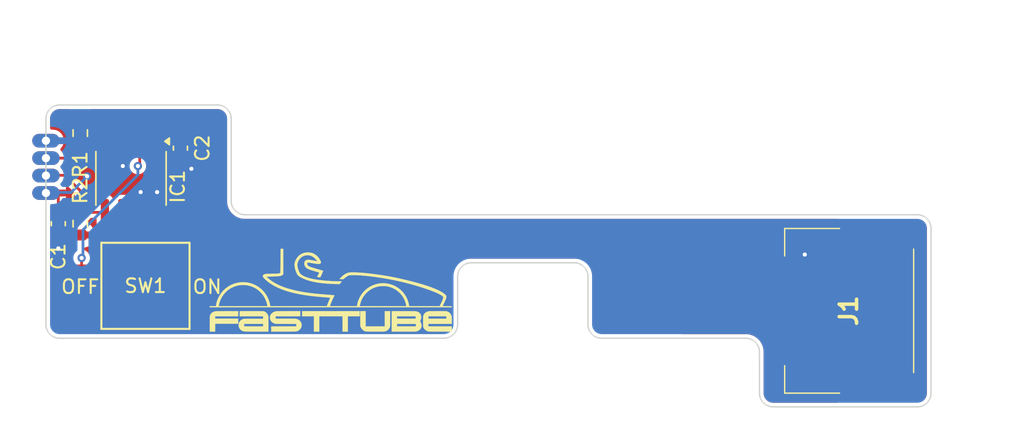
<source format=kicad_pcb>
(kicad_pcb
	(version 20240108)
	(generator "pcbnew")
	(generator_version "8.0")
	(general
		(thickness 1.6)
		(legacy_teardrops no)
	)
	(paper "A4")
	(layers
		(0 "F.Cu" signal)
		(31 "B.Cu" signal)
		(32 "B.Adhes" user "B.Adhesive")
		(33 "F.Adhes" user "F.Adhesive")
		(34 "B.Paste" user)
		(35 "F.Paste" user)
		(36 "B.SilkS" user "B.Silkscreen")
		(37 "F.SilkS" user "F.Silkscreen")
		(38 "B.Mask" user)
		(39 "F.Mask" user)
		(40 "Dwgs.User" user "User.Drawings")
		(41 "Cmts.User" user "User.Comments")
		(42 "Eco1.User" user "User.Eco1")
		(43 "Eco2.User" user "User.Eco2")
		(44 "Edge.Cuts" user)
		(45 "Margin" user)
		(46 "B.CrtYd" user "B.Courtyard")
		(47 "F.CrtYd" user "F.Courtyard")
		(48 "B.Fab" user)
		(49 "F.Fab" user)
		(50 "User.1" user)
		(51 "User.2" user)
		(52 "User.3" user)
		(53 "User.4" user)
		(54 "User.5" user)
		(55 "User.6" user)
		(56 "User.7" user)
		(57 "User.8" user)
		(58 "User.9" user)
	)
	(setup
		(stackup
			(layer "F.SilkS"
				(type "Top Silk Screen")
			)
			(layer "F.Paste"
				(type "Top Solder Paste")
			)
			(layer "F.Mask"
				(type "Top Solder Mask")
				(thickness 0.01)
			)
			(layer "F.Cu"
				(type "copper")
				(thickness 0.035)
			)
			(layer "dielectric 1"
				(type "core")
				(thickness 1.51)
				(material "FR4")
				(epsilon_r 4.5)
				(loss_tangent 0.02)
			)
			(layer "B.Cu"
				(type "copper")
				(thickness 0.035)
			)
			(layer "B.Mask"
				(type "Bottom Solder Mask")
				(thickness 0.01)
			)
			(layer "B.Paste"
				(type "Bottom Solder Paste")
			)
			(layer "B.SilkS"
				(type "Bottom Silk Screen")
			)
			(copper_finish "None")
			(dielectric_constraints no)
		)
		(pad_to_mask_clearance 0)
		(allow_soldermask_bridges_in_footprints no)
		(pcbplotparams
			(layerselection 0x00010fc_ffffffff)
			(plot_on_all_layers_selection 0x0000000_00000000)
			(disableapertmacros no)
			(usegerberextensions no)
			(usegerberattributes yes)
			(usegerberadvancedattributes yes)
			(creategerberjobfile no)
			(dashed_line_dash_ratio 12.000000)
			(dashed_line_gap_ratio 3.000000)
			(svgprecision 4)
			(plotframeref no)
			(viasonmask no)
			(mode 1)
			(useauxorigin yes)
			(hpglpennumber 1)
			(hpglpenspeed 20)
			(hpglpendiameter 15.000000)
			(pdf_front_fp_property_popups yes)
			(pdf_back_fp_property_popups yes)
			(dxfpolygonmode yes)
			(dxfimperialunits yes)
			(dxfusepcbnewfont yes)
			(psnegative no)
			(psa4output no)
			(plotreference yes)
			(plotvalue yes)
			(plotfptext yes)
			(plotinvisibletext no)
			(sketchpadsonfab no)
			(subtractmaskfromsilk yes)
			(outputformat 1)
			(mirror no)
			(drillshape 0)
			(scaleselection 1)
			(outputdirectory "Gerber_Leiton/")
		)
	)
	(net 0 "")
	(net 1 "GND")
	(net 2 "+5V")
	(net 3 "/SCL")
	(net 4 "/SDA")
	(net 5 "/DQ")
	(net 6 "unconnected-(IC1-PCTLZ-Pad6)")
	(net 7 "/DQ_{1}")
	(net 8 "unconnected-(SW1-Pad3)")
	(net 9 "unconnected-(SW1-Pad2)")
	(footprint "Resistor_SMD:R_0603_1608Metric" (layer "F.Cu") (at 131.5 95.15 90))
	(footprint "Capacitor_SMD:C_0603_1608Metric" (layer "F.Cu") (at 129.9 95.15 90))
	(footprint "Capacitor_SMD:C_0603_1608Metric" (layer "F.Cu") (at 138.8 89.65 90))
	(footprint "Piggy:Piggy" (layer "F.Cu") (at 172.5 100.75))
	(footprint "FaSTTUBe_logos:FTLogo_small" (layer "F.Cu") (at 149.75 100))
	(footprint "Package_SO:SOIC-8_3.9x4.9mm_P1.27mm" (layer "F.Cu") (at 135.2 91.85 -90))
	(footprint "Piggy:pigg" (layer "F.Cu") (at 129 90.375 -90))
	(footprint "Resistor_SMD:R_0603_1608Metric" (layer "F.Cu") (at 131.5 88.55 -90))
	(footprint "Piggy:5023520400" (layer "F.Cu") (at 187.5 101.5 90))
	(footprint "Piggy:418121270802_WRE" (layer "F.Cu") (at 136.2518 99.68))
	(gr_rect
		(start 169.75 98)
		(end 175.25 103.25)
		(stroke
			(width 0)
			(type solid)
		)
		(fill solid)
		(layer "F.Mask")
		(uuid "eb90fce5-487b-4f3c-bbf6-61d49ddb4625")
	)
	(gr_arc
		(start 180 103.5)
		(mid 180.707107 103.792893)
		(end 181 104.5)
		(stroke
			(width 0.1)
			(type default)
		)
		(layer "Edge.Cuts")
		(uuid "1537de85-7e52-4df3-b492-227909972ca8")
	)
	(gr_arc
		(start 141.5 86.5)
		(mid 142.207107 86.792893)
		(end 142.5 87.5)
		(stroke
			(width 0.1)
			(type default)
		)
		(layer "Edge.Cuts")
		(uuid "228b604f-c813-499f-b2e3-096fbf6a196f")
	)
	(gr_line
		(start 142.5 87.5)
		(end 142.5 93.5)
		(stroke
			(width 0.1)
			(type default)
		)
		(layer "Edge.Cuts")
		(uuid "35c660c4-985d-40ec-a9a4-100f93cb8487")
	)
	(gr_arc
		(start 193.5 107.5)
		(mid 193.207107 108.207107)
		(end 192.5 108.5)
		(stroke
			(width 0.1)
			(type default)
		)
		(layer "Edge.Cuts")
		(uuid "3dd7ec9b-99aa-432b-b8b9-0cbbd9b7a64d")
	)
	(gr_arc
		(start 192.5 94.5)
		(mid 193.207107 94.792893)
		(end 193.5 95.5)
		(stroke
			(width 0.1)
			(type default)
		)
		(layer "Edge.Cuts")
		(uuid "3f4aa991-d843-4ea5-b7a0-a4cbb5a6d42d")
	)
	(gr_arc
		(start 167.5 98)
		(mid 168.207107 98.292893)
		(end 168.5 99)
		(stroke
			(width 0.1)
			(type default)
		)
		(layer "Edge.Cuts")
		(uuid "450f6bfa-1e69-44ef-9ffa-50e55b3e9f08")
	)
	(gr_line
		(start 143.5 94.5)
		(end 192.5 94.5)
		(stroke
			(width 0.1)
			(type default)
		)
		(layer "Edge.Cuts")
		(uuid "4fe79d85-03e2-4414-a1b3-70913fe66167")
	)
	(gr_line
		(start 129 102.5)
		(end 129 87.5)
		(stroke
			(width 0.1)
			(type default)
		)
		(layer "Edge.Cuts")
		(uuid "519fca23-cfe8-4771-8144-6e0a9befe5e4")
	)
	(gr_arc
		(start 129 87.5)
		(mid 129.292893 86.792893)
		(end 130 86.5)
		(stroke
			(width 0.1)
			(type default)
		)
		(layer "Edge.Cuts")
		(uuid "65c3704b-24ef-48ee-9f7f-9f08b0a03957")
	)
	(gr_line
		(start 192.5 108.5)
		(end 182 108.5)
		(stroke
			(width 0.1)
			(type default)
		)
		(layer "Edge.Cuts")
		(uuid "7614e0bd-d654-469f-8cf7-bd8d66bc509f")
	)
	(gr_line
		(start 159 102.5)
		(end 159 99)
		(stroke
			(width 0.1)
			(type default)
		)
		(layer "Edge.Cuts")
		(uuid "7860e3ac-94de-4266-9e88-e5db445becef")
	)
	(gr_line
		(start 193.5 95.5)
		(end 193.5 107.5)
		(stroke
			(width 0.1)
			(type default)
		)
		(layer "Edge.Cuts")
		(uuid "79ca7db6-22de-4654-81fb-c991ab32b226")
	)
	(gr_line
		(start 181 107.5)
		(end 181 104.5)
		(stroke
			(width 0.1)
			(type default)
		)
		(layer "Edge.Cuts")
		(uuid "7f31047d-44d3-498c-a8ff-a6f73d3abea6")
	)
	(gr_arc
		(start 182 108.5)
		(mid 181.292893 108.207107)
		(end 181 107.5)
		(stroke
			(width 0.1)
			(type default)
		)
		(layer "Edge.Cuts")
		(uuid "a2608ad6-fcf9-4c49-af87-39d2e9f0ffde")
	)
	(gr_arc
		(start 159 102.5)
		(mid 158.707107 103.207107)
		(end 158 103.5)
		(stroke
			(width 0.1)
			(type default)
		)
		(layer "Edge.Cuts")
		(uuid "a393f80d-f5f7-4301-815f-d1e84e6ee760")
	)
	(gr_arc
		(start 130 103.5)
		(mid 129.292893 103.207107)
		(end 129 102.5)
		(stroke
			(width 0.1)
			(type default)
		)
		(layer "Edge.Cuts")
		(uuid "b6379d55-5f31-4881-b8bd-6b06e4623a2b")
	)
	(gr_arc
		(start 159 99)
		(mid 159.292893 98.292893)
		(end 160 98)
		(stroke
			(width 0.1)
			(type default)
		)
		(layer "Edge.Cuts")
		(uuid "b763c8b3-0f0f-4ad7-b75e-483f3d9eb3fe")
	)
	(gr_arc
		(start 169.5 103.5)
		(mid 168.792893 103.207107)
		(end 168.5 102.5)
		(stroke
			(width 0.1)
			(type default)
		)
		(layer "Edge.Cuts")
		(uuid "bb6d2703-7671-4bc5-b771-315743cf2947")
	)
	(gr_line
		(start 130 103.5)
		(end 158 103.5)
		(stroke
			(width 0.1)
			(type default)
		)
		(layer "Edge.Cuts")
		(uuid "c16dcdf6-372d-4c96-af7f-d8645c0a1a9e")
	)
	(gr_line
		(start 160 98)
		(end 167.5 98)
		(stroke
			(width 0.1)
			(type default)
		)
		(layer "Edge.Cuts")
		(uuid "d045c84c-7a64-436b-921e-5264cfadc180")
	)
	(gr_line
		(start 169.5 103.5)
		(end 180 103.5)
		(stroke
			(width 0.1)
			(type default)
		)
		(layer "Edge.Cuts")
		(uuid "db6ecd59-d8d5-4491-a579-c2bf93a44197")
	)
	(gr_line
		(start 168.5 99)
		(end 168.5 102.5)
		(stroke
			(width 0.1)
			(type default)
		)
		(layer "Edge.Cuts")
		(uuid "ea23fda9-950b-4a00-966d-eaee1f926f1f")
	)
	(gr_line
		(start 130 86.5)
		(end 141.5 86.5)
		(stroke
			(width 0.1)
			(type default)
		)
		(layer "Edge.Cuts")
		(uuid "f826621a-5574-4692-84c1-6f1f01fe3bd7")
	)
	(gr_arc
		(start 143.5 94.5)
		(mid 142.792893 94.207107)
		(end 142.5 93.5)
		(stroke
			(width 0.1)
			(type default)
		)
		(layer "Edge.Cuts")
		(uuid "f8acf169-3dd3-407a-9a41-2db15f1294a9")
	)
	(segment
		(start 138.8 90.425)
		(end 138.875 90.425)
		(width 0.2)
		(layer "F.Cu")
		(net 1)
		(uuid "1c4a1855-6ee5-4424-8865-afbbda10cd5c")
	)
	(segment
		(start 129.9 95.925)
		(end 129.9 96.95)
		(width 0.2)
		(layer "F.Cu")
		(net 1)
		(uuid "2e19b4db-7bc6-434b-ac71-70e7ccc9d811")
	)
	(segment
		(start 184.235 98.5)
		(end 184.235 97.465)
		(width 0.2)
		(layer "F.Cu")
		(net 1)
		(uuid "6462cb86-3c0e-4f11-8b4e-a865741f1888")
	)
	(segment
		(start 137.105 92.855)
		(end 137.1 92.85)
		(width 0.2)
		(layer "F.Cu")
		(net 1)
		(uuid "88569b81-fad1-40ba-8841-f0fac8bc0bf7")
	)
	(segment
		(start 134.565 89.375)
		(end 134.565 90.915)
		(width 0.2)
		(layer "F.Cu")
		(net 1)
		(uuid "956178a2-d997-4594-b05b-5e2a01372848")
	)
	(segment
		(start 135.835 94.325)
		(end 135.835 92.915)
		(width 0.2)
		(layer "F.Cu")
		(net 1)
		(uuid "aaac9f42-b089-442b-bf36-b9e377e4f09b")
	)
	(segment
		(start 137.105 94.325)
		(end 137.105 92.855)
		(width 0.2)
		(layer "F.Cu")
		(net 1)
		(uuid "c3740ee9-119e-493a-a4cd-2782ed8884a4")
	)
	(segment
		(start 138.875 90.425)
		(end 139.6 91.15)
		(width 0.2)
		(layer "F.Cu")
		(net 1)
		(uuid "d554448c-a804-4e05-a5d6-eb1495b340d8")
	)
	(segment
		(start 184.235 97.465)
		(end 184.3 97.4)
		(width 0.2)
		(layer "F.Cu")
		(net 1)
		(uuid "e8f0ff52-4090-408a-a1c4-9e394db78f19")
	)
	(segment
		(start 135.835 92.915)
		(end 135.9 92.85)
		(width 0.2)
		(layer "F.Cu")
		(net 1)
		(uuid "edad4937-7672-4473-9d9c-3c9ddabe9163")
	)
	(segment
		(start 134.565 90.915)
		(end 134.6 90.95)
		(width 0.2)
		(layer "F.Cu")
		(net 1)
		(uuid "f6f56482-c940-4dbc-a432-4f66a26e0ab8")
	)
	(via
		(at 139.6 91.15)
		(size 0.6)
		(drill 0.3)
		(layers "F.Cu" "B.Cu")
		(net 1)
		(uuid "43701ffb-7442-4f6a-a03b-03dddbee8d1e")
	)
	(via
		(at 184.3 97.4)
		(size 0.6)
		(drill 0.3)
		(layers "F.Cu" "B.Cu")
		(net 1)
		(uuid "4643b3fa-c837-4021-a588-dc430a99e8e0")
	)
	(via
		(at 134.6 90.95)
		(size 0.6)
		(drill 0.3)
		(layers "F.Cu" "B.Cu")
		(net 1)
		(uuid "4f08b5e2-e404-463c-9e8d-b7b0fcdace49")
	)
	(via
		(at 137.1 92.85)
		(size 0.6)
		(drill 0.3)
		(layers "F.Cu" "B.Cu")
		(net 1)
		(uuid "99e1844a-6d3c-45c8-966e-ec9209429f24")
	)
	(via
		(at 135.9 92.85)
		(size 0.6)
		(drill 0.3)
		(layers "F.Cu" "B.Cu")
		(net 1)
		(uuid "cf5d94a4-4c75-4216-8706-8452c3acca48")
	)
	(via
		(at 129.9 96.95)
		(size 0.6)
		(drill 0.3)
		(layers "F.Cu" "B.Cu")
		(net 1)
		(uuid "e986463f-1ff5-45f6-9132-ba5c0a8c0bea")
	)
	(segment
		(start 129.9 94.375)
		(end 129.9 93.175)
		(width 0.2)
		(layer "F.Cu")
		(net 2)
		(uuid "74732c3f-371c-477a-a9f9-51ca4f8d627f")
	)
	(segment
		(start 129.9 93.175)
		(end 129.6 92.875)
		(width 0.2)
		(layer "F.Cu")
		(net 2)
		(uuid "c0a4814b-f98e-4550-ad62-7afd56695411")
	)
	(via
		(at 132 91.7)
		(size 0.6)
		(drill 0.3)
		(layers "F.Cu" "B.Cu")
		(free yes)
		(net 2)
		(uuid "4713243d-d550-4a8a-b453-427ea4a89d39")
	)
	(segment
		(start 132 91.7)
		(end 130.825 92.875)
		(width 0.2)
		(layer "B.Cu")
		(net 2)
		(uuid "07fce7b7-2dde-4496-808f-2bd58dd03874")
	)
	(segment
		(start 130.825 92.875)
		(end 129.6 92.875)
		(width 0.2)
		(layer "B.Cu")
		(net 2)
		(uuid "4a31030f-6f25-48e9-ae51-5a063d3ac9f4")
	)
	(segment
		(start 131.475 89.375)
		(end 130.475 90.375)
		(width 0.2)
		(layer "F.Cu")
		(net 3)
		(uuid "1fa690d4-6e5f-4e63-bc06-cf77d4d9618f")
	)
	(segment
		(start 131.5 89.375)
		(end 131.475 89.375)
		(width 0.2)
		(layer "F.Cu")
		(net 3)
		(uuid "3ea0b26b-f71e-43bc-a9cf-7b1d2dedd7ab")
	)
	(segment
		(start 133.295 89.375)
		(end 131.5 89.375)
		(width 0.2)
		(layer "F.Cu")
		(net 3)
		(uuid "d489df04-643b-4a5d-b853-8129fc87bcfb")
	)
	(segment
		(start 130.475 90.375)
		(end 129.6 90.375)
		(width 0.2)
		(layer "F.Cu")
		(net 3)
		(uuid "e623a797-335c-4c5b-957e-9991c3caf5ee")
	)
	(segment
		(start 131.5 92.75)
		(end 130.375 91.625)
		(width 0.2)
		(layer "F.Cu")
		(net 4)
		(uuid "4168698b-f527-47e7-9a7b-24b30a91ab11")
	)
	(segment
		(start 131.5 94.325)
		(end 131.5 92.75)
		(width 0.2)
		(layer "F.Cu")
		(net 4)
		(uuid "93dd950b-e985-476f-a7be-41a9cd763715")
	)
	(segment
		(start 130.375 91.625)
		(end 129.6 91.625)
		(width 0.2)
		(layer "F.Cu")
		(net 4)
		(uuid "b79f7d0c-4251-488b-b0ad-86f094f6fef7")
	)
	(segment
		(start 133.295 94.325)
		(end 131.5 94.325)
		(width 0.2)
		(layer "F.Cu")
		(net 4)
		(uuid "c73ce8ec-eb20-4eb6-9577-ded7412d0662")
	)
	(segment
		(start 133.12 97.2)
		(end 178.135 97.2)
		(width 0.2)
		(layer "F.Cu")
		(net 5)
		(uuid "03548e25-7f86-4544-b567-1df0e021635d")
	)
	(segment
		(start 135.835 89.375)
		(end 135.835 90.815)
		(width 0.2)
		(layer "F.Cu")
		(net 5)
		(uuid "1481a7a2-8564-4a66-b900-baca8f0f175d")
	)
	(segment
		(start 131.6036 98.41)
		(end 131.91 98.41)
		(width 0.2)
		(layer "F.Cu")
		(net 5)
		(uuid "20cb523b-1370-4a0d-9b3a-3bff9554caba")
	)
	(segment
		(start 178.135 97.2)
		(end 183.435 102.5)
		(width 0.2)
		(layer "F.Cu")
		(net 5)
		(uuid "347c46f7-9413-4393-b543-b02b1f67521d")
	)
	(segment
		(start 135.835 90.815)
		(end 135.7 90.95)
		(width 0.2)
		(layer "F.Cu")
		(net 5)
		(uuid "3a2f5262-0442-4397-bf52-071736f7e678")
	)
	(segment
		(start 131.6 98.4064)
		(end 131.6036 98.41)
		(width 0.2)
		(layer "F.Cu")
		(net 5)
		(uuid "43c82747-202b-403a-a4ec-b4a241563b2f")
	)
	(segment
		(start 131.91 98.41)
		(end 133.12 97.2)
		(width 0.2)
		(layer "F.Cu")
		(net 5)
		(uuid "c9b90d56-3452-4954-b04a-8bfaa6939760")
	)
	(segment
		(start 183.435 102.5)
		(end 184.235 102.5)
		(width 0.2)
		(layer "F.Cu")
		(net 5)
		(uuid "cddf9f55-d7a2-41b8-8a6e-d0c9de402e4b")
	)
	(segment
		(start 131.6 97.65)
		(end 131.6 98.4064)
		(width 0.2)
		(layer "F.Cu")
		(net 5)
		(uuid "fa98a166-ef1d-4aab-88c7-d2895a2127a3")
	)
	(via
		(at 131.6 97.65)
		(size 0.6)
		(drill 0.3)
		(layers "F.Cu" "B.Cu")
		(net 5)
		(uuid "0263c60d-631f-4c2c-bbc3-bf2f24020765")
	)
	(via
		(at 135.7 90.95)
		(size 0.6)
		(drill 0.3)
		(layers "F.Cu" "B.Cu")
		(net 5)
		(uuid "67c3a37f-39e4-4665-b139-23ad5c45ba76")
	)
	(segment
		(start 131.7 95.6)
		(end 131.7 97.55)
		(width 0.2)
		(layer "B.Cu")
		(net 5)
		(uuid "7ed90383-ee04-4995-b280-c21bf08b8366")
	)
	(segment
		(start 135.7 90.95)
		(end 135.7 91.6)
		(width 0.2)
		(layer "B.Cu")
		(net 5)
		(uuid "953249cc-4b94-430b-b9b8-20014f640780")
	)
	(segment
		(start 131.7 97.55)
		(end 131.6 97.65)
		(width 0.2)
		(layer "B.Cu")
		(net 5)
		(uuid "d5e4254c-f1c9-43ac-ac49-f38c439c71f6")
	)
	(segment
		(start 135.7 91.6)
		(end 131.7 95.6)
		(width 0.2)
		(layer "B.Cu")
		(net 5)
		(uuid "e22865fc-86df-4ad6-9c39-2ff773b74a25")
	)
	(segment
		(start 176.335 97.6)
		(end 141.71 97.6)
		(width 0.2)
		(layer "F.Cu")
		(net 7)
		(uuid "0ac9a49f-67e4-4f9a-8326-c3214febdc9e")
	)
	(segment
		(start 183.235 104.5)
		(end 176.335 97.6)
		(width 0.2)
		(layer "F.Cu")
		(net 7)
		(uuid "8d1ef139-79f1-480f-893e-d7b315e0083c")
	)
	(segment
		(start 184.235 104.5)
		(end 183.235 104.5)
		(width 0.2)
		(layer "F.Cu")
		(net 7)
		(uuid "9058b44b-f777-41b1-9666-75fe454e2f3b")
	)
	(segment
		(start 141.71 97.6)
		(end 140.9 98.41)
		(width 0.2)
		(layer "F.Cu")
		(net 7)
		(uuid "aef49186-83be-494d-ad62-2d40951787b9")
	)
	(zone
		(net 2)
		(net_name "+5V")
		(layer "F.Cu")
		(uuid "0bf03769-3481-4d30-823f-193d47deab6b")
		(hatch edge 0.5)
		(connect_pads
			(clearance 0.3)
		)
		(min_thickness 0.25)
		(filled_areas_thickness no)
		(fill yes
			(thermal_gap 0.5)
			(thermal_bridge_width 0.5)
		)
		(polygon
			(pts
				(xy 126.8 78.85) (xy 200.3 78.85) (xy 200.3 109.85) (xy 126.8 109.85)
			)
		)
		(filled_polygon
			(layer "F.Cu")
			(pts
				(xy 130.727227 86.820185) (xy 130.772982 86.872989) (xy 130.782926 86.942147) (xy 130.753901 87.005703)
				(xy 130.747869 87.012181) (xy 130.669928 87.090121) (xy 130.669927 87.090122) (xy 130.58198 87.235604)
				(xy 130.531409 87.397893) (xy 130.525 87.468427) (xy 130.525 87.475) (xy 132.474999 87.475) (xy 132.474999 87.468417)
				(xy 132.468591 87.397897) (xy 132.46859 87.397892) (xy 132.418018 87.235603) (xy 132.330072 87.090122)
				(xy 132.252131 87.012181) (xy 132.218646 86.950858) (xy 132.22363 86.881166) (xy 132.265502 86.825233)
				(xy 132.330966 86.800816) (xy 132.339812 86.8005) (xy 141.452405 86.8005) (xy 141.493907 86.8005)
				(xy 141.506061 86.801097) (xy 141.624317 86.812744) (xy 141.648145 86.817483) (xy 141.756005 86.850202)
				(xy 141.778453 86.859501) (xy 141.877849 86.912629) (xy 141.898059 86.926133) (xy 141.985179 86.99763)
				(xy 142.002369 87.01482) (xy 142.073866 87.10194) (xy 142.08737 87.12215) (xy 142.140495 87.221538)
				(xy 142.149798 87.243997) (xy 142.182514 87.351848) (xy 142.187256 87.375688) (xy 142.198903 87.493937)
				(xy 142.1995 87.506092) (xy 142.1995 93.602351) (xy 142.231522 93.804534) (xy 142.294781 93.999223)
				(xy 142.387715 94.181613) (xy 142.508028 94.347213) (xy 142.652786 94.491971) (xy 142.764139 94.572872)
				(xy 142.81839 94.612287) (xy 142.897864 94.652781) (xy 143.000776 94.705218) (xy 143.000778 94.705218)
				(xy 143.000781 94.70522) (xy 143.087258 94.733318) (xy 143.195465 94.768477) (xy 143.237843 94.775189)
				(xy 143.397648 94.8005) (xy 143.460438 94.8005) (xy 186.678452 94.8005) (xy 186.745491 94.820185)
				(xy 186.791246 94.872989) (xy 186.80119 94.942147) (xy 186.791886 94.974586) (xy 186.767416 95.030004)
				(xy 186.767415 95.030008) (xy 186.7645 95.055131) (xy 186.7645 96.844856) (xy 186.764502 96.844882)
				(xy 186.767413 96.869987) (xy 186.767415 96.869991) (xy 186.812793 96.972764) (xy 186.812794 96.972765)
				(xy 186.892235 97.052206) (xy 186.995009 97.097585) (xy 187.020135 97.1005) (xy 192.409864 97.100499)
				(xy 192.409879 97.100497) (xy 192.409882 97.100497) (xy 192.434987 97.097586) (xy 192.434988 97.097585)
				(xy 192.434991 97.097585) (xy 192.537765 97.052206) (xy 192.617206 96.972765) (xy 192.662585 96.869991)
				(xy 192.6655 96.844865) (xy 192.665499 95.055136) (xy 192.665497 95.055117) (xy 192.661511 95.020742)
				(xy 192.664371 95.02041) (xy 192.665467 94.965612) (xy 192.704409 94.9076) (xy 192.768532 94.879852)
				(xy 192.837478 94.891176) (xy 192.842158 94.893551) (xy 192.85733 94.901661) (xy 192.877851 94.912631)
				(xy 192.898059 94.926133) (xy 192.985179 94.99763) (xy 193.002369 95.01482) (xy 193.073866 95.10194)
				(xy 193.08737 95.12215) (xy 193.131262 95.204266) (xy 193.140495 95.221538) (xy 193.149798 95.243997)
				(xy 193.182514 95.351848) (xy 193.187256 95.375688) (xy 193.198903 95.493937) (xy 193.1995 95.506092)
				(xy 193.1995 107.493907) (xy 193.198903 107.506062) (xy 193.187256 107.624311) (xy 193.182514 107.648151)
				(xy 193.149798 107.756002) (xy 193.140495 107.778461) (xy 193.08737 107.877849) (xy 193.073866 107.898059)
				(xy 193.002369 107.985179) (xy 192.985179 108.002369) (xy 192.898059 108.073866) (xy 192.877849 108.08737)
				(xy 192.842176 108.106438) (xy 192.773773 108.12068) (xy 192.708529 108.095681) (xy 192.667158 108.039376)
				(xy 192.663411 107.979475) (xy 192.66151 107.979255) (xy 192.662585 107.969991) (xy 192.6655 107.944865)
				(xy 192.665499 106.155136) (xy 192.665497 106.155117) (xy 192.662586 106.130012) (xy 192.662585 106.13001)
				(xy 192.662585 106.130009) (xy 192.617206 106.027235) (xy 192.537765 105.947794) (xy 192.537763 105.947793)
				(xy 192.434992 105.902415) (xy 192.409865 105.8995) (xy 187.020143 105.8995) (xy 187.020117 105.899502)
				(xy 186.995012 105.902413) (xy 186.995008 105.902415) (xy 186.892235 105.947793) (xy 186.812794 106.027234)
				(xy 186.767415 106.130006) (xy 186.767415 106.130008) (xy 186.7645 106.155131) (xy 186.7645 107.944856)
				(xy 186.764502 107.944882) (xy 186.767413 107.969986) (xy 186.767414 107.96999) (xy 186.767415 107.969991)
				(xy 186.781711 108.002369) (xy 186.791887 108.025414) (xy 186.800958 108.094693) (xy 186.771134 108.157877)
				(xy 186.711884 108.194908) (xy 186.678452 108.1995) (xy 182.006093 108.1995) (xy 181.993939 108.198903)
				(xy 181.943081 108.193893) (xy 181.875688 108.187256) (xy 181.851848 108.182514) (xy 181.743997 108.149798)
				(xy 181.721541 108.140496) (xy 181.62215 108.08737) (xy 181.60194 108.073866) (xy 181.51482 108.002369)
				(xy 181.49763 107.985179) (xy 181.426133 107.898059) (xy 181.412629 107.877849) (xy 181.373441 107.804534)
				(xy 181.359501 107.778453) (xy 181.350201 107.756002) (xy 181.317483 107.648145) (xy 181.312744 107.624317)
				(xy 181.301097 107.506061) (xy 181.3005 107.493907) (xy 181.3005 104.397648) (xy 181.268477 104.195465)
				(xy 181.205218 104.000776) (xy 181.163238 103.918387) (xy 181.112287 103.81839) (xy 181.099289 103.8005)
				(xy 180.991971 103.652786) (xy 180.847213 103.508028) (xy 180.681613 103.387715) (xy 180.681612 103.387714)
				(xy 180.68161 103.387713) (xy 180.61192 103.352204) (xy 180.499223 103.294781) (xy 180.304534 103.231522)
				(xy 180.129995 103.203878) (xy 180.102352 103.1995) (xy 180.102351 103.1995) (xy 175.374 103.1995)
				(xy 175.306961 103.179815) (xy 175.261206 103.127011) (xy 175.25 103.0755) (xy 175.25 99.627511)
				(xy 175.2516 99.607656) (xy 175.252464 99.602333) (xy 175.252474 99.602312) (xy 175.252468 99.602312)
				(xy 175.258902 99.562696) (xy 175.26125 99.548256) (xy 175.263101 99.536883) (xy 175.263235 99.536032)
				(xy 175.263362 99.535241) (xy 175.267059 99.511602) (xy 175.267944 99.505543) (xy 175.273842 99.462151)
				(xy 175.274907 99.453368) (xy 175.279607 99.409251) (xy 175.280417 99.400438) (xy 175.284028 99.353734)
				(xy 175.284534 99.345865) (xy 175.287163 99.294713) (xy 175.287424 99.288359) (xy 175.289179 99.230899)
				(xy 175.289286 99.226175) (xy 175.290275 99.160544) (xy 175.290307 99.157273) (xy 175.290637 99.081611)
				(xy 175.29064 99.080369) (xy 175.290642 99.073556) (xy 175.290641 99.072722) (xy 175.290488 99.009922)
				(xy 175.290475 99.007714) (xy 175.290473 99.007497) (xy 175.289963 98.95471) (xy 175.289912 98.951383)
				(xy 175.288973 98.906318) (xy 175.288972 98.906274) (xy 175.288832 98.901434) (xy 175.2874 98.862421)
				(xy 175.287107 98.856177) (xy 175.285112 98.821307) (xy 175.284627 98.814261) (xy 175.282003 98.781641)
				(xy 175.28138 98.774846) (xy 175.278058 98.742583) (xy 175.277599 98.738407) (xy 175.277592 98.73834)
				(xy 175.274966 98.715881) (xy 175.274601 98.712877) (xy 175.270558 98.681035) (xy 175.270245 98.678709)
				(xy 175.269995 98.676842) (xy 175.266201 98.649956) (xy 175.265186 98.643298) (xy 175.261969 98.623643)
				(xy 175.258338 98.605081) (xy 175.256031 98.594962) (xy 175.256026 98.594948) (xy 175.254992 98.591404)
				(xy 175.255965 98.591119) (xy 175.25 98.55659) (xy 175.25 98.1245) (xy 175.269685 98.057461) (xy 175.322489 98.011706)
				(xy 175.374 98.0005) (xy 176.117745 98.0005) (xy 176.184784 98.020185) (xy 176.205426 98.036819)
				(xy 182.298181 104.129573) (xy 182.331666 104.190896) (xy 182.3345 104.217254) (xy 182.3345 105.144856)
				(xy 182.334502 105.144882) (xy 182.337413 105.169987) (xy 182.337415 105.169991) (xy 182.382793 105.272764)
				(xy 182.382794 105.272765) (xy 182.462235 105.352206) (xy 182.565009 105.397585) (xy 182.590135 105.4005)
				(xy 185.879864 105.400499) (xy 185.879879 105.400497) (xy 185.879882 105.400497) (xy 185.904987 105.397586)
				(xy 185.904988 105.397585) (xy 185.904991 105.397585) (xy 186.007765 105.352206) (xy 186.087206 105.272765)
				(xy 186.132585 105.169991) (xy 186.1355 105.144865) (xy 186.135499 103.855136) (xy 186.135338 103.853746)
				(xy 186.132586 103.830012) (xy 186.132585 103.83001) (xy 186.132585 103.830009) (xy 186.087206 103.727235)
				(xy 186.007765 103.647794) (xy 185.929946 103.613433) (xy 185.87657 103.568347) (xy 185.856043 103.50156)
				(xy 185.874882 103.434278) (xy 185.927105 103.387862) (xy 185.929851 103.386607) (xy 186.007765 103.352206)
				(xy 186.087206 103.272765) (xy 186.132585 103.169991) (xy 186.1355 103.144865) (xy 186.135499 101.855136)
				(xy 186.135497 101.855117) (xy 186.132586 101.830012) (xy 186.132585 101.83001) (xy 186.132585 101.830009)
				(xy 186.087206 101.727235) (xy 186.078904 101.718933) (xy 186.045419 101.65761) (xy 186.050403 101.587918)
				(xy 186.092274 101.531985) (xy 186.19219 101.457186) (xy 186.27835 101.342093) (xy 186.278354 101.342086)
				(xy 186.328596 101.207379) (xy 186.328598 101.207372) (xy 186.334999 101.147844) (xy 186.335 101.147827)
				(xy 186.335 100.75) (xy 184.109 100.75) (xy 184.041961 100.730315) (xy 183.996206 100.677511) (xy 183.985 100.626)
				(xy 183.985 100.374) (xy 184.004685 100.306961) (xy 184.057489 100.261206) (xy 184.109 100.25) (xy 186.335 100.25)
				(xy 186.335 99.852172) (xy 186.334999 99.852155) (xy 186.328598 99.792627) (xy 186.328596 99.79262)
				(xy 186.278354 99.657913) (xy 186.27835 99.657906) (xy 186.19219 99.542812) (xy 186.092273 99.468013)
				(xy 186.050403 99.412079) (xy 186.045419 99.342387) (xy 186.078903 99.281067) (xy 186.087206 99.272765)
				(xy 186.132585 99.169991) (xy 186.1355 99.144865) (xy 186.135499 97.855136) (xy 186.135497 97.855117)
				(xy 186.132586 97.830012) (xy 186.132585 97.83001) (xy 186.132585 97.830009) (xy 186.087206 97.727235)
				(xy 186.007765 97.647794) (xy 185.982909 97.636819) (xy 185.904992 97.602415) (xy 185.879868 97.5995)
				(xy 185.879865 97.5995) (xy 185.020812 97.5995) (xy 184.953773 97.579815) (xy 184.908018 97.527011)
				(xy 184.897873 97.459314) (xy 184.899263 97.448761) (xy 184.905682 97.4) (xy 184.905678 97.399973)
				(xy 184.885044 97.243239) (xy 184.885044 97.243238) (xy 184.824536 97.097159) (xy 184.728282 96.971718)
				(xy 184.602841 96.875464) (xy 184.601718 96.874999) (xy 184.456762 96.814956) (xy 184.45676 96.814955)
				(xy 184.300001 96.794318) (xy 184.299999 96.794318) (xy 184.143239 96.814955) (xy 184.143237 96.814956)
				(xy 183.99716 96.875463) (xy 183.871718 96.971718) (xy 183.775463 97.09716) (xy 183.714956 97.243237)
				(xy 183.714955 97.243239) (xy 183.694318 97.399998) (xy 183.694318 97.400002) (xy 183.702126 97.459316)
				(xy 183.69136 97.528351) (xy 183.644979 97.580607) (xy 183.579187 97.5995) (xy 182.590143 97.5995)
				(xy 182.590117 97.599502) (xy 182.565012 97.602413) (xy 182.565008 97.602415) (xy 182.462235 97.647793)
				(xy 182.382794 97.727234) (xy 182.337415 97.830006) (xy 182.337415 97.830008) (xy 182.3345 97.855131)
				(xy 182.3345 99.144856) (xy 182.334502 99.144882) (xy 182.337413 99.169987) (xy 182.337415 99.169991)
				(xy 182.382793 99.272764) (xy 182.391095 99.281066) (xy 182.42458 99.342389) (xy 182.419596 99.412081)
				(xy 182.377726 99.468013) (xy 182.277809 99.542812) (xy 182.191649 99.657906) (xy 182.191645 99.657913)
				(xy 182.141403 99.79262) (xy 182.141401 99.792627) (xy 182.135 99.852155) (xy 182.135 100.334245)
				(xy 182.115315 100.401284) (xy 182.062511 100.447039) (xy 181.993353 100.456983) (xy 181.929797 100.427958)
				(xy 181.923319 100.421926) (xy 178.380915 96.879522) (xy 178.380913 96.87952) (xy 178.320895 96.844868)
				(xy 178.289589 96.826793) (xy 178.238657 96.813146) (xy 178.187727 96.7995) (xy 133.067273 96.7995)
				(xy 132.965413 96.826793) (xy 132.96541 96.826794) (xy 132.890593 96.86999) (xy 132.87409 96.879517)
				(xy 132.874085 96.879521) (xy 132.338329 97.415276) (xy 132.277006 97.448761) (xy 132.207314 97.443777)
				(xy 132.151381 97.401905) (xy 132.136088 97.37505) (xy 132.124536 97.347159) (xy 132.028282 97.221718)
				(xy 131.902841 97.125464) (xy 131.902839 97.125463) (xy 131.858927 97.107274) (xy 131.804523 97.063432)
				(xy 131.782459 96.997138) (xy 131.799739 96.929439) (xy 131.850876 96.881829) (xy 131.895166 96.869221)
				(xy 131.902108 96.86859) (xy 132.064396 96.818018) (xy 132.209877 96.730072) (xy 132.330072 96.609877)
				(xy 132.418019 96.464395) (xy 132.46859 96.302106) (xy 132.475 96.231572) (xy 132.475 96.225) (xy 131.374 96.225)
				(xy 131.306961 96.205315) (xy 131.261206 96.152511) (xy 131.25 96.101) (xy 131.25 95.849) (xy 131.269685 95.781961)
				(xy 131.322489 95.736206) (xy 131.374 95.725) (xy 132.474999 95.725) (xy 132.474999 95.718417) (xy 132.468591 95.647897)
				(xy 132.46859 95.647892) (xy 132.418018 95.485603) (xy 132.330072 95.340122) (xy 132.209877 95.219927)
				(xy 132.075165 95.138491) (xy 132.027978 95.086963) (xy 132.016139 95.018104) (xy 132.043408 94.953775)
				(xy 132.064999 94.933111) (xy 132.132546 94.882546) (xy 132.212914 94.775188) (xy 132.268847 94.733318)
				(xy 132.31218 94.7255) (xy 132.5705 94.7255) (xy 132.637539 94.745185) (xy 132.683294 94.797989)
				(xy 132.6945 94.8495) (xy 132.6945 95.204269) (xy 132.697353 95.234699) (xy 132.697353 95.234701)
				(xy 132.738346 95.351848) (xy 132.742207 95.362882) (xy 132.82285 95.47215) (xy 132.932118 95.552793)
				(xy 132.974845 95.567744) (xy 133.060299 95.597646) (xy 133.09073 95.6005) (xy 133.090734 95.6005)
				(xy 133.49927 95.6005) (xy 133.529699 95.597646) (xy 133.529701 95.597646) (xy 133.596104 95.57441)
				(xy 133.657882 95.552793) (xy 133.76715 95.47215) (xy 133.830231 95.386677) (xy 133.885877 95.344428)
				(xy 133.955533 95.338969) (xy 134.017083 95.372036) (xy 134.029763 95.38667) (xy 134.09285 95.47215)
				(xy 134.202118 95.552793) (xy 134.244845 95.567744) (xy 134.330299 95.597646) (xy 134.36073 95.6005)
				(xy 134.360734 95.6005) (xy 134.76927 95.6005) (xy 134.799699 95.597646) (xy 134.799701 95.597646)
				(xy 134.866104 95.57441) (xy 134.927882 95.552793) (xy 135.03715 95.47215) (xy 135.100231 95.386677)
				(xy 135.155877 95.344428) (xy 135.225533 95.338969) (xy 135.287083 95.372036) (xy 135.299763 95.38667)
				(xy 135.36285 95.47215) (xy 135.472118 95.552793) (xy 135.514845 95.567744) (xy 135.600299 95.597646)
				(xy 135.63073 95.6005) (xy 135.630734 95.6005) (xy 136.03927 95.6005) (xy 136.069699 95.597646)
				(xy 136.069701 95.597646) (xy 136.136104 95.57441) (xy 136.197882 95.552793) (xy 136.30715 95.47215)
				(xy 136.370231 95.386677) (xy 136.425877 95.344428) (xy 136.495533 95.338969) (xy 136.557083 95.372036)
				(xy 136.569763 95.38667) (xy 136.63285 95.47215) (xy 136.742118 95.552793) (xy 136.784845 95.567744)
				(xy 136.870299 95.597646) (xy 136.90073 95.6005) (xy 136.900734 95.6005) (xy 137.30927 95.6005)
				(xy 137.339699 95.597646) (xy 137.339701 95.597646) (xy 137.406104 95.57441) (xy 137.467882 95.552793)
				(xy 137.57715 95.47215) (xy 137.657793 95.362882) (xy 137.699393 95.243997) (xy 137.702646 95.234701)
				(xy 137.702646 95.234699) (xy 137.7055 95.204269) (xy 137.7055 93.44573) (xy 137.702646 93.4153)
				(xy 137.702646 93.415298) (xy 137.657793 93.287119) (xy 137.657793 93.287118) (xy 137.642464 93.266348)
				(xy 137.618494 93.200721) (xy 137.627673 93.145266) (xy 137.685044 93.006762) (xy 137.705682 92.85)
				(xy 137.685044 92.693238) (xy 137.624536 92.547159) (xy 137.528282 92.421718) (xy 137.402841 92.325464)
				(xy 137.256762 92.264956) (xy 137.25676 92.264955) (xy 137.100001 92.244318) (xy 137.099999 92.244318)
				(xy 136.943239 92.264955) (xy 136.943237 92.264956) (xy 136.79716 92.325463) (xy 136.680816 92.414737)
				(xy 136.671718 92.421718) (xy 136.608515 92.504087) (xy 136.598376 92.5173) (xy 136.541948 92.558502)
				(xy 136.472202 92.562657) (xy 136.411281 92.528444) (xy 136.401624 92.5173) (xy 136.391488 92.50409)
				(xy 136.328282 92.421718) (xy 136.202841 92.325464) (xy 136.056762 92.264956) (xy 136.05676 92.264955)
				(xy 135.900001 92.244318) (xy 135.899999 92.244318) (xy 135.743239 92.264955) (xy 135.743237 92.264956)
				(xy 135.59716 92.325463) (xy 135.471718 92.421718) (xy 135.375463 92.54716) (xy 135.314956 92.693237)
				(xy 135.314955 92.693239) (xy 135.294318 92.849998) (xy 135.294318 92.850001) (xy 135.314955 93.00676)
				(xy 135.314957 93.006765) (xy 135.350756 93.093192) (xy 135.358225 93.162661) (xy 135.335965 93.214277)
				(xy 135.29977 93.26332) (xy 135.244123 93.305571) (xy 135.174467 93.31103) (xy 135.112917 93.277963)
				(xy 135.10023 93.263321) (xy 135.085292 93.243081) (xy 135.03715 93.17785) (xy 134.927882 93.097207)
				(xy 134.92788 93.097206) (xy 134.7997 93.052353) (xy 134.76927 93.0495) (xy 134.769266 93.0495)
				(xy 134.360734 93.0495) (xy 134.36073 93.0495) (xy 134.3303 93.052353) (xy 134.330298 93.052353)
				(xy 134.202119 93.097206) (xy 134.202117 93.097207) (xy 134.11343 93.162661) (xy 134.09285 93.17785)
				(xy 134.080521 93.194556) (xy 134.02977 93.263321) (xy 133.974123 93.305571) (xy 133.904466 93.31103)
				(xy 133.842917 93.277962) (xy 133.83023 93.263321) (xy 133.815292 93.243081) (xy 133.76715 93.17785)
				(xy 133.657882 93.097207) (xy 133.65788 93.097206) (xy 133.5297 93.052353) (xy 133.49927 93.0495)
				(xy 133.499266 93.0495) (xy 133.090734 93.0495) (xy 133.09073 93.0495) (xy 133.0603 93.052353) (xy 133.060298 93.052353)
				(xy 132.932119 93.097206) (xy 132.932117 93.097207) (xy 132.82285 93.17785) (xy 132.742207 93.287117)
				(xy 132.742206 93.287119) (xy 132.697353 93.415298) (xy 132.697353 93.4153) (xy 132.6945 93.44573)
				(xy 132.6945 93.8005) (xy 132.674815 93.867539) (xy 132.622011 93.913294) (xy 132.5705 93.9245)
				(xy 132.31218 93.9245) (xy 132.245141 93.904815) (xy 132.212913 93.874811) (xy 132.132546 93.767454)
				(xy 132.093425 93.738168) (xy 132.017334 93.681205) (xy 131.981164 93.667714) (xy 131.925231 93.625841)
				(xy 131.900816 93.560376) (xy 131.9005 93.551533) (xy 131.9005 92.697275) (xy 131.9005 92.697273)
				(xy 131.873207 92.595413) (xy 131.873207 92.595412) (xy 131.82048 92.504087) (xy 130.620913 91.30452)
				(xy 130.553885 91.265821) (xy 130.529589 91.251793) (xy 130.478657 91.238146) (xy 130.427727 91.2245)
				(xy 130.427726 91.2245) (xy 130.248064 91.2245) (xy 130.181025 91.204815) (xy 130.144962 91.169391)
				(xy 130.121789 91.134711) (xy 130.121786 91.134707) (xy 130.08476 91.097681) (xy 130.051275 91.036358)
				(xy 130.056259 90.966666) (xy 130.08476 90.922319) (xy 130.121786 90.885292) (xy 130.121789 90.885289)
				(xy 130.158325 90.83061) (xy 130.211937 90.785804) (xy 130.261427 90.7755) (xy 130.527725 90.7755)
				(xy 130.527727 90.7755) (xy 130.629588 90.748207) (xy 130.720913 90.69548) (xy 131.304573 90.111817)
				(xy 131.365896 90.078333) (xy 131.392254 90.075499) (xy 131.822871 90.075499) (xy 131.822872 90.075499)
				(xy 131.882483 90.069091) (xy 132.017331 90.018796) (xy 132.132546 89.932546) (xy 132.212914 89.825188)
				(xy 132.268847 89.783318) (xy 132.31218 89.7755) (xy 132.5705 89.7755) (xy 132.637539 89.795185)
				(xy 132.683294 89.847989) (xy 132.6945 89.8995) (xy 132.6945 90.254269) (xy 132.697353 90.284699)
				(xy 132.697353 90.284701) (xy 132.742206 90.41288) (xy 132.742207 90.412882) (xy 132.82285 90.52215)
				(xy 132.932118 90.602793) (xy 132.965309 90.614407) (xy 133.060299 90.647646) (xy 133.09073 90.6505)
				(xy 133.090734 90.6505) (xy 133.49927 90.6505) (xy 133.529699 90.647646) (xy 133.529701 90.647646)
				(xy 133.617566 90.6169) (xy 133.657882 90.602793) (xy 133.76715 90.52215) (xy 133.830231 90.436677)
				(xy 133.885877 90.394428) (xy 133.955533 90.388969) (xy 134.017083 90.422036) (xy 134.029764 90.436671)
				(xy 134.075939 90.499237) (xy 134.09991 90.564864) (xy 134.084594 90.633035) (xy 134.076437 90.645471)
				(xy 134.075465 90.647156) (xy 134.014956 90.793237) (xy 134.014955 90.793239) (xy 133.994318 90.949998)
				(xy 133.994318 90.950001) (xy 134.014955 91.10676) (xy 134.014956 91.106762) (xy 134.075464 91.252841)
				(xy 134.171718 91.378282) (xy 134.297159 91.474536) (xy 134.443238 91.535044) (xy 134.521619 91.545363)
				(xy 134.599999 91.555682) (xy 134.6 91.555682) (xy 134.600001 91.555682) (xy 134.652254 91.548802)
				(xy 134.756762 91.535044) (xy 134.902841 91.474536) (xy 135.028282 91.378282) (xy 135.051625 91.34786)
				(xy 135.108051 91.306658) (xy 135.177797 91.302503) (xy 135.238718 91.336714) (xy 135.248368 91.347851)
				(xy 135.271718 91.378282) (xy 135.397159 91.474536) (xy 135.543238 91.535044) (xy 135.621619 91.545363)
				(xy 135.699999 91.555682) (xy 135.7 91.555682) (xy 135.700001 91.555682) (xy 135.752254 91.548802)
				(xy 135.856762 91.535044) (xy 136.002841 91.474536) (xy 136.128282 91.378282) (xy 136.224536 91.252841)
				(xy 136.285044 91.106762) (xy 136.305682 90.95) (xy 136.285044 90.793238) (xy 136.280391 90.782006)
				(xy 136.272923 90.712539) (xy 136.304198 90.650059) (xy 136.364287 90.614407) (xy 136.434112 90.6169)
				(xy 136.482634 90.646874) (xy 136.553438 90.717678) (xy 136.553447 90.717685) (xy 136.694801 90.801281)
				(xy 136.852514 90.8471) (xy 136.852511 90.8471) (xy 136.854998 90.847295) (xy 136.855 90.847295)
				(xy 136.855 87.902703) (xy 137.355 87.902703) (xy 137.355 90.847295) (xy 137.355001 90.847295) (xy 137.357486 90.8471)
				(xy 137.515198 90.801281) (xy 137.656552 90.717685) (xy 137.656561 90.717678) (xy 137.772678 90.601561)
				(xy 137.772687 90.601549) (xy 137.793768 90.565904) (xy 137.844836 90.51822) (xy 137.913578 90.505716)
				(xy 137.978168 90.532361) (xy 138.018098 90.589696) (xy 138.0245 90.629024) (xy 138.0245 90.691144)
				(xy 138.028172 90.721718) (xy 138.03464 90.775588) (xy 138.087636 90.909976) (xy 138.174921 91.025078)
				(xy 138.290023 91.112363) (xy 138.290024 91.112363) (xy 138.290025 91.112364) (xy 138.42441 91.165359)
				(xy 138.508856 91.1755) (xy 138.88893 91.1755) (xy 138.955969 91.195185) (xy 139.001724 91.247989)
				(xy 139.011869 91.283314) (xy 139.014956 91.306762) (xy 139.075464 91.452841) (xy 139.171718 91.578282)
				(xy 139.297159 91.674536) (xy 139.443238 91.735044) (xy 139.521619 91.745363) (xy 139.599999 91.755682)
				(xy 139.6 91.755682) (xy 139.600001 91.755682) (xy 139.652254 91.748802) (xy 139.756762 91.735044)
				(xy 139.902841 91.674536) (xy 140.028282 91.578282) (xy 140.124536 91.452841) (xy 140.185044 91.306762)
				(xy 140.205682 91.15) (xy 140.199989 91.10676) (xy 140.185044 90.993239) (xy 140.185044 90.993238)
				(xy 140.124536 90.847159) (xy 140.028282 90.721718) (xy 139.902841 90.625464) (xy 139.756762 90.564956)
				(xy 139.739797 90.562722) (xy 139.683314 90.555286) (xy 139.619417 90.527019) (xy 139.580947 90.468694)
				(xy 139.5755 90.432347) (xy 139.5755 90.158862) (xy 139.5755 90.158856) (xy 139.565359 90.07441)
				(xy 139.512364 89.940025) (xy 139.453608 89.862544) (xy 139.428786 89.797234) (xy 139.443214 89.72887)
				(xy 139.487317 89.682081) (xy 139.502731 89.672573) (xy 139.622572 89.552732) (xy 139.622575 89.552728)
				(xy 139.711542 89.408492) (xy 139.711547 89.408481) (xy 139.764855 89.247606) (xy 139.774999 89.148322)
				(xy 139.775 89.148309) (xy 139.775 89.125) (xy 138.674 89.125) (xy 138.606961 89.105315) (xy 138.561206 89.052511)
				(xy 138.55 89.001) (xy 138.55 87.925) (xy 139.05 87.925) (xy 139.05 88.625) (xy 139.774999 88.625)
				(xy 139.774999 88.601692) (xy 139.774998 88.601677) (xy 139.764855 88.502392) (xy 139.711547 88.341518)
				(xy 139.711542 88.341507) (xy 139.622575 88.197271) (xy 139.622572 88.197267) (xy 139.502732 88.077427)
				(xy 139.502728 88.077424) (xy 139.358492 87.988457) (xy 139.358481 87.988452) (xy 139.197606 87.935144)
				(xy 139.098322 87.925) (xy 139.05 87.925) (xy 138.55 87.925) (xy 138.549999 87.924999) (xy 138.501693 87.925)
				(xy 138.501675 87.925001) (xy 138.402392 87.935144) (xy 138.241518 87.988452) (xy 138.241507 87.988457)
				(xy 138.097271 88.077424) (xy 137.979952 88.194743) (xy 137.918629 88.228227) (xy 137.848937 88.223243)
				(xy 137.793004 88.181371) (xy 137.785539 88.170182) (xy 137.772685 88.148447) (xy 137.772678 88.148438)
				(xy 137.656561 88.032321) (xy 137.656552 88.032314) (xy 137.515196 87.948717) (xy 137.515193 87.948716)
				(xy 137.357494 87.9029) (xy 137.357497 87.9029) (xy 137.355 87.902703) (xy 136.855 87.902703) (xy 136.852503 87.9029)
				(xy 136.694806 87.948716) (xy 136.694803 87.948717) (xy 136.553447 88.032314) (xy 136.553438 88.032321)
				(xy 136.437321 88.148438) (xy 136.437315 88.148446) (xy 136.434964 88.152422) (xy 136.383893 88.200104)
				(xy 136.31515 88.212605) (xy 136.254601 88.189067) (xy 136.197882 88.147207) (xy 136.19788 88.147206)
				(xy 136.0697 88.102353) (xy 136.03927 88.0995) (xy 136.039266 88.0995) (xy 135.630734 88.0995) (xy 135.63073 88.0995)
				(xy 135.6003 88.102353) (xy 135.600298 88.102353) (xy 135.472119 88.147206) (xy 135.472117 88.147207)
				(xy 135.36285 88.22785) (xy 135.29977 88.313321) (xy 135.244123 88.355571) (xy 135.174466 88.36103)
				(xy 135.112917 88.327962) (xy 135.10023 88.313321) (xy 135.09372 88.3045) (xy 135.03715 88.22785)
				(xy 134.927882 88.147207) (xy 134.92788 88.147206) (xy 134.7997 88.102353) (xy 134.76927 88.0995)
				(xy 134.769266 88.0995) (xy 134.360734 88.0995) (xy 134.36073 88.0995) (xy 134.3303 88.102353) (xy 134.330298 88.102353)
				(xy 134.202119 88.147206) (xy 134.202117 88.147207) (xy 134.09285 88.22785) (xy 134.02977 88.313321)
				(xy 133.974123 88.355571) (xy 133.904466 88.36103) (xy 133.842917 88.327962) (xy 133.83023 88.313321)
				(xy 133.82372 88.3045) (xy 133.76715 88.22785) (xy 133.657882 88.147207) (xy 133.65788 88.147206)
				(xy 133.5297 88.102353) (xy 133.49927 88.0995) (xy 133.499266 88.0995) (xy 133.090734 88.0995) (xy 133.09073 88.0995)
				(xy 133.0603 88.102353) (xy 133.060298 88.102353) (xy 132.932119 88.147206) (xy 132.932117 88.147207)
				(xy 132.82285 88.22785) (xy 132.742207 88.337117) (xy 132.742206 88.337119) (xy 132.697353 88.465298)
				(xy 132.697353 88.4653) (xy 132.6945 88.49573) (xy 132.6945 88.8505) (xy 132.674815 88.917539) (xy 132.622011 88.963294)
				(xy 132.5705 88.9745) (xy 132.31218 88.9745) (xy 132.245141 88.954815) (xy 132.212913 88.924811)
				(xy 132.207469 88.917539) (xy 132.132546 88.817454) (xy 132.065003 88.766891) (xy 132.023133 88.710957)
				(xy 132.018149 88.641265) (xy 132.051635 88.579943) (xy 132.075166 88.561508) (xy 132.209874 88.480074)
				(xy 132.209878 88.480071) (xy 132.330072 88.359877) (xy 132.418019 88.214395) (xy 132.46859 88.052106)
				(xy 132.475 87.981572) (xy 132.475 87.975) (xy 130.525001 87.975) (xy 130.525001 87.981582) (xy 130.531408 88.052102)
				(xy 130.531409 88.052107) (xy 130.581981 88.214396) (xy 130.669927 88.359877) (xy 130.790122 88.480072)
				(xy 130.924834 88.561508) (xy 130.972021 88.613036) (xy 130.98386 88.681895) (xy 130.956591 88.746224)
				(xy 130.934996 88.766891) (xy 130.867452 88.817455) (xy 130.781206 88.932664) (xy 130.781202 88.932671)
				(xy 130.730908 89.067517) (xy 130.724501 89.127116) (xy 130.7245 89.127135) (xy 130.7245 89.507744)
				(xy 130.704815 89.574783) (xy 130.688181 89.595425) (xy 130.347633 89.935973) (xy 130.28631 89.969458)
				(xy 130.216618 89.964474) (xy 130.160685 89.922602) (xy 130.15685 89.917183) (xy 130.121789 89.864711)
				(xy 130.121786 89.864707) (xy 130.08476 89.827681) (xy 130.051275 89.766358) (xy 130.056259 89.696666)
				(xy 130.08476 89.652319) (xy 130.121786 89.615292) (xy 130.121789 89.615289) (xy 130.209394 89.484179)
				(xy 130.269737 89.338497) (xy 130.3005 89.183842) (xy 130.3005 89.026158) (xy 130.3005 89.026155)
				(xy 130.300499 89.026153) (xy 130.295496 89.001) (xy 130.269737 88.871503) (xy 130.24735 88.817455)
				(xy 130.209397 88.725827) (xy 130.20939 88.725814) (xy 130.121789 88.594711) (xy 130.121786 88.594707)
				(xy 130.010292 88.483213) (xy 130.010288 88.48321) (xy 129.879185 88.395609) (xy 129.879172 88.395602)
				(xy 129.733501 88.335264) (xy 129.733489 88.335261) (xy 129.578845 88.3045) (xy 129.578842 88.3045)
				(xy 129.4245 88.3045) (xy 129.357461 88.284815) (xy 129.311706 88.232011) (xy 129.3005 88.1805)
				(xy 129.3005 87.506092) (xy 129.301097 87.493938) (xy 129.30361 87.468427) (xy 129.312744 87.37568)
				(xy 129.317483 87.351856) (xy 129.350203 87.24399) (xy 129.359499 87.221549) (xy 129.412632 87.122144)
				(xy 129.426133 87.10194) (xy 129.435833 87.090121) (xy 129.497635 87.014814) (xy 129.514814 86.997635)
				(xy 129.601942 86.926131) (xy 129.622144 86.912632) (xy 129.721549 86.859499) (xy 129.74399 86.850203)
				(xy 129.851856 86.817483) (xy 129.875682 86.812744) (xy 129.97573 86.80289) (xy 129.99394 86.801097)
				(xy 130.006093 86.8005) (xy 130.047595 86.8005) (xy 130.660188 86.8005)
			)
		)
		(filled_polygon
			(layer "F.Cu")
			(pts
				(xy 130.609651 92.444594) (xy 130.658175 92.474568) (xy 131.063181 92.879574) (xy 131.096666 92.940897)
				(xy 131.0995 92.967255) (xy 131.0995 93.551533) (xy 131.079815 93.618572) (xy 131.027011 93.664327)
				(xy 131.018836 93.667714) (xy 130.982665 93.681205) (xy 130.906573 93.738168) (xy 130.841109 93.762585)
				(xy 130.772836 93.747733) (xy 130.726726 93.704) (xy 130.722575 93.697271) (xy 130.722572 93.697267)
				(xy 130.602732 93.577427) (xy 130.602728 93.577424) (xy 130.457856 93.488065) (xy 130.411131 93.436117)
				(xy 130.39991 93.367154) (xy 130.408392 93.335075) (xy 130.461569 93.206692) (xy 130.461569 93.20669)
				(xy 130.469862 93.165) (xy 129.4245 93.165) (xy 129.357461 93.145315) (xy 129.311706 93.092511)
				(xy 129.3005 93.041) (xy 129.3005 92.789) (xy 129.320185 92.721961) (xy 129.372989 92.676206) (xy 129.4245 92.665)
				(xy 130.469862 92.665) (xy 130.46157 92.62331) (xy 130.455934 92.609704) (xy 130.448464 92.540234)
				(xy 130.479738 92.477755) (xy 130.539826 92.442101)
			)
		)
	)
	(zone
		(net 0)
		(net_name "")
		(layers "F.Cu" "F.Mask")
		(uuid "d5d69b54-5bf6-41d2-b21b-87d34344d1a6")
		(hatch edge 0.5)
		(connect_pads
			(clearance 0)
		)
		(min_thickness 0.25)
		(filled_areas_thickness no)
		(keepout
			(tracks not_allowed)
			(vias not_allowed)
			(pads not_allowed)
			(copperpour not_allowed)
			(footprints allowed)
		)
		(fill
			(thermal_gap 0.5)
			(thermal_bridge_width 0.5)
		)
		(polygon
			(pts
				(xy 169.75 98) (xy 169.75 103.25) (xy 175.25 103.25) (xy 175.25 98)
			)
		)
	)
	(zone
		(net 1)
		(net_name "GND")
		(layer "B.Cu")
		(uuid "142ee725-3cad-457a-b77b-f2eb9eeda9b1")
		(hatch edge 0.5)
		(connect_pads
			(clearance 0.3)
		)
		(min_thickness 0.25)
		(filled_areas_thickness no)
		(fill yes
			(thermal_gap 0.5)
			(thermal_bridge_width 0.5)
		)
		(polygon
			(pts
				(xy 126.8 78.85) (xy 200.3 78.85) (xy 200.3 109.85) (xy 126.8 109.85)
			)
		)
		(filled_polygon
			(layer "B.Cu")
			(pts
				(xy 141.506061 86.801097) (xy 141.624317 86.812744) (xy 141.648145 86.817483) (xy 141.756005 86.850202)
				(xy 141.778453 86.859501) (xy 141.877849 86.912629) (xy 141.898059 86.926133) (xy 141.985179 86.99763)
				(xy 142.002369 87.01482) (xy 142.073866 87.10194) (xy 142.08737 87.12215) (xy 142.140495 87.221538)
				(xy 142.149798 87.243997) (xy 142.182514 87.351848) (xy 142.187256 87.375688) (xy 142.198903 87.493937)
				(xy 142.1995 87.506092) (xy 142.1995 93.602351) (xy 142.231522 93.804534) (xy 142.294781 93.999223)
				(xy 142.387715 94.181613) (xy 142.508028 94.347213) (xy 142.652786 94.491971) (xy 142.807749 94.604556)
				(xy 142.81839 94.612287) (xy 142.897864 94.652781) (xy 143.000776 94.705218) (xy 143.000778 94.705218)
				(xy 143.000781 94.70522) (xy 143.105137 94.739127) (xy 143.195465 94.768477) (xy 143.296557 94.784488)
				(xy 143.397648 94.8005) (xy 143.460438 94.8005) (xy 192.452405 94.8005) (xy 192.493907 94.8005)
				(xy 192.506061 94.801097) (xy 192.624317 94.812744) (xy 192.648145 94.817483) (xy 192.756005 94.850202)
				(xy 192.778453 94.859501) (xy 192.877849 94.912629) (xy 192.898059 94.926133) (xy 192.985179 94.99763)
				(xy 193.002369 95.01482) (xy 193.073866 95.10194) (xy 193.08737 95.12215) (xy 193.140495 95.221538)
				(xy 193.149798 95.243997) (xy 193.182514 95.351848) (xy 193.187256 95.375688) (xy 193.194123 95.445412)
				(xy 193.198903 95.493937) (xy 193.1995 95.506092) (xy 193.1995 107.493907) (xy 193.198903 107.506062)
				(xy 193.187256 107.624311) (xy 193.182514 107.648151) (xy 193.149798 107.756002) (xy 193.140495 107.778461)
				(xy 193.08737 107.877849) (xy 193.073866 107.898059) (xy 193.002369 107.985179) (xy 192.985179 108.002369)
				(xy 192.898059 108.073866) (xy 192.877849 108.08737) (xy 192.778461 108.140495) (xy 192.756002 108.149798)
				(xy 192.648151 108.182514) (xy 192.624311 108.187256) (xy 192.537215 108.195834) (xy 192.50606 108.198903)
				(xy 192.493907 108.1995) (xy 182.006093 108.1995) (xy 181.993939 108.198903) (xy 181.943081 108.193893)
				(xy 181.875688 108.187256) (xy 181.851848 108.182514) (xy 181.743997 108.149798) (xy 181.721541 108.140496)
				(xy 181.62215 108.08737) (xy 181.60194 108.073866) (xy 181.51482 108.002369) (xy 181.49763 107.985179)
				(xy 181.426133 107.898059) (xy 181.412629 107.877849) (xy 181.373441 107.804534) (xy 181.359501 107.778453)
				(xy 181.350201 107.756002) (xy 181.317483 107.648145) (xy 181.312744 107.624317) (xy 181.301097 107.506061)
				(xy 181.3005 107.493907) (xy 181.3005 104.397648) (xy 181.268477 104.195465) (xy 181.205218 104.000776)
				(xy 181.163238 103.918387) (xy 181.112287 103.81839) (xy 181.099289 103.8005) (xy 180.991971 103.652786)
				(xy 180.847213 103.508028) (xy 180.681613 103.387715) (xy 180.681612 103.387714) (xy 180.68161 103.387713)
				(xy 180.624653 103.358691) (xy 180.499223 103.294781) (xy 180.304534 103.231522) (xy 180.129995 103.203878)
				(xy 180.102352 103.1995) (xy 180.102351 103.1995) (xy 169.506093 103.1995) (xy 169.493939 103.198903)
				(xy 169.443081 103.193893) (xy 169.375688 103.187256) (xy 169.351848 103.182514) (xy 169.243997 103.149798)
				(xy 169.221541 103.140496) (xy 169.12215 103.08737) (xy 169.10194 103.073866) (xy 169.01482 103.002369)
				(xy 168.99763 102.985179) (xy 168.926133 102.898059) (xy 168.912629 102.877849) (xy 168.873441 102.804534)
				(xy 168.859501 102.778453) (xy 168.850201 102.756002) (xy 168.817483 102.648145) (xy 168.812744 102.624317)
				(xy 168.801097 102.506061) (xy 168.8005 102.493907) (xy 168.8005 98.897648) (xy 168.768477 98.695465)
				(xy 168.705218 98.500776) (xy 168.663238 98.418387) (xy 168.612287 98.31839) (xy 168.599289 98.3005)
				(xy 168.491971 98.152786) (xy 168.347213 98.008028) (xy 168.181613 97.887715) (xy 168.181612 97.887714)
				(xy 168.18161 97.887713) (xy 168.124653 97.858691) (xy 167.999223 97.794781) (xy 167.804534 97.731522)
				(xy 167.629995 97.703878) (xy 167.602352 97.6995) (xy 167.539562 97.6995) (xy 160.047595 97.6995)
				(xy 160 97.6995) (xy 159.897648 97.6995) (xy 159.873329 97.703351) (xy 159.695465 97.731522) (xy 159.500776 97.794781)
				(xy 159.318386 97.887715) (xy 159.152786 98.008028) (xy 159.008028 98.152786) (xy 158.887715 98.318386)
				(xy 158.794781 98.500776) (xy 158.731522 98.695465) (xy 158.6995 98.897648) (xy 158.6995 102.493907)
				(xy 158.698903 102.506062) (xy 158.687256 102.624311) (xy 158.682514 102.648151) (xy 158.649798 102.756002)
				(xy 158.640495 102.778461) (xy 158.58737 102.877849) (xy 158.573866 102.898059) (xy 158.502369 102.985179)
				(xy 158.485179 103.002369) (xy 158.398059 103.073866) (xy 158.377849 103.08737) (xy 158.278461 103.140495)
				(xy 158.256002 103.149798) (xy 158.148151 103.182514) (xy 158.124311 103.187256) (xy 158.037215 103.195834)
				(xy 158.00606 103.198903) (xy 157.993907 103.1995) (xy 130.006093 103.1995) (xy 129.993939 103.198903)
				(xy 129.943081 103.193893) (xy 129.875688 103.187256) (xy 129.851848 103.182514) (xy 129.743997 103.149798)
				(xy 129.721541 103.140496) (xy 129.62215 103.08737) (xy 129.60194 103.073866) (xy 129.51482 103.002369)
				(xy 129.49763 102.985179) (xy 129.426133 102.898059) (xy 129.412629 102.877849) (xy 129.373441 102.804534)
				(xy 129.359501 102.778453) (xy 129.350201 102.756002) (xy 129.317483 102.648145) (xy 129.312744 102.624317)
				(xy 129.301097 102.506061) (xy 129.3005 102.493907) (xy 129.3005 97.650001) (xy 130.994318 97.650001)
				(xy 131.014955 97.80676) (xy 131.014956 97.806762) (xy 131.075464 97.952841) (xy 131.171718 98.078282)
				(xy 131.297159 98.174536) (xy 131.443238 98.235044) (xy 131.521619 98.245363) (xy 131.599999 98.255682)
				(xy 131.6 98.255682) (xy 131.600001 98.255682) (xy 131.652254 98.248802) (xy 131.756762 98.235044)
				(xy 131.902841 98.174536) (xy 132.028282 98.078282) (xy 132.124536 97.952841) (xy 132.185044 97.806762)
				(xy 132.205682 97.65) (xy 132.185044 97.493238) (xy 132.124536 97.347159) (xy 132.124534 97.347156)
				(xy 132.120472 97.340119) (xy 132.122213 97.339113) (xy 132.10093 97.284057) (xy 132.1005 97.273742)
				(xy 132.1005 95.817255) (xy 132.120185 95.750216) (xy 132.136819 95.729574) (xy 134.061859 93.804534)
				(xy 136.02048 91.845913) (xy 136.073207 91.754588) (xy 136.1005 91.652727) (xy 136.1005 91.547273)
				(xy 136.1005 91.45658) (xy 136.120185 91.389541) (xy 136.126124 91.381093) (xy 136.128279 91.378283)
				(xy 136.128282 91.378282) (xy 136.224536 91.252841) (xy 136.285044 91.106762) (xy 136.305682 90.95)
				(xy 136.285044 90.793238) (xy 136.224536 90.647159) (xy 136.128282 90.521718) (xy 136.002841 90.425464)
				(xy 135.856762 90.364956) (xy 135.85676 90.364955) (xy 135.700001 90.344318) (xy 135.699999 90.344318)
				(xy 135.543239 90.364955) (xy 135.543237 90.364956) (xy 135.39716 90.425463) (xy 135.271718 90.521718)
				(xy 135.175463 90.64716) (xy 135.114956 90.793237) (xy 135.114955 90.793239) (xy 135.094318 90.949998)
				(xy 135.094318 90.950001) (xy 135.114955 91.10676) (xy 135.114956 91.106762) (xy 135.175464 91.252842)
				(xy 135.241818 91.339316) (xy 135.267012 91.404485) (xy 135.252974 91.47293) (xy 135.231123 91.502483)
				(xy 131.379522 95.354084) (xy 131.37952 95.354087) (xy 131.326793 95.44541) (xy 131.2995 95.547273)
				(xy 131.2995 97.062518) (xy 131.279815 97.129557) (xy 131.250986 97.160894) (xy 131.171719 97.221716)
				(xy 131.075463 97.34716) (xy 131.014956 97.493237) (xy 131.014955 97.493239) (xy 130.994318 97.649998)
				(xy 130.994318 97.650001) (xy 129.3005 97.650001) (xy 129.3005 93.8395) (xy 129.320185 93.772461)
				(xy 129.372989 93.726706) (xy 129.4245 93.7155) (xy 129.578844 93.7155) (xy 129.578845 93.715499)
				(xy 129.733497 93.684737) (xy 129.879179 93.624394) (xy 130.010289 93.536789) (xy 130.121789 93.425289)
				(xy 130.151075 93.381459) (xy 130.185053 93.330609) (xy 130.238665 93.285804) (xy 130.288155 93.2755)
				(xy 130.877725 93.2755) (xy 130.877727 93.2755) (xy 130.979588 93.248207) (xy 131.070913 93.19548)
				(xy 131.924991 92.3414) (xy 131.986312 92.307917) (xy 131.996485 92.306144) (xy 131.999997 92.305681)
				(xy 132 92.305682) (xy 132.156762 92.285044) (xy 132.302841 92.224536) (xy 132.428282 92.128282)
				(xy 132.524536 92.002841) (xy 132.585044 91.856762) (xy 132.605682 91.7) (xy 132.599458 91.652727)
				(xy 132.585044 91.543239) (xy 132.585044 91.543238) (xy 132.524536 91.397159) (xy 132.428282 91.271718)
				(xy 132.302841 91.175464) (xy 132.156762 91.114956) (xy 132.15676 91.114955) (xy 132.000001 91.094318)
				(xy 131.999999 91.094318) (xy 131.843239 91.114955) (xy 131.843237 91.114956) (xy 131.69716 91.175463)
				(xy 131.571718 91.271718) (xy 131.475463 91.39716) (xy 131.414956 91.543237) (xy 131.414956 91.543238)
				(xy 131.393855 91.703513) (xy 131.365588 91.767409) (xy 131.358597 91.775008) (xy 130.695426 92.438181)
				(xy 130.634103 92.471666) (xy 130.607745 92.4745) (xy 130.2347 92.4745) (xy 130.167661 92.454815)
				(xy 130.131597 92.41939) (xy 130.121787 92.404708) (xy 130.08476 92.367681) (xy 130.051275 92.306358)
				(xy 130.056259 92.236666) (xy 130.08476 92.192319) (xy 130.121786 92.155292) (xy 130.121789 92.155289)
				(xy 130.209394 92.024179) (xy 130.269737 91.878497) (xy 130.3005 91.723842) (xy 130.3005 91.566158)
				(xy 130.3005 91.566155) (xy 130.300499 91.566153) (xy 130.269737 91.411503) (xy 130.255977 91.378282)
				(xy 130.209397 91.265827) (xy 130.20939 91.265814) (xy 130.121789 91.134711) (xy 130.121786 91.134707)
				(xy 130.08476 91.097681) (xy 130.051275 91.036358) (xy 130.056259 90.966666) (xy 130.08476 90.922319)
				(xy 130.121786 90.885292) (xy 130.121789 90.885289) (xy 130.209394 90.754179) (xy 130.269737 90.608497)
				(xy 130.3005 90.453842) (xy 130.3005 90.296158) (xy 130.3005 90.296155) (xy 130.300499 90.296153)
				(xy 130.269738 90.14151) (xy 130.269737 90.141503) (xy 130.269735 90.141498) (xy 130.209395 89.995822)
				(xy 130.209394 89.99582) (xy 130.191429 89.968933) (xy 130.170552 89.902256) (xy 130.189037 89.834876)
				(xy 130.206851 89.812362) (xy 130.276752 89.742461) (xy 130.386185 89.578684) (xy 130.386192 89.578671)
				(xy 130.461569 89.396692) (xy 130.461569 89.39669) (xy 130.469862 89.355) (xy 129.4245 89.355) (xy 129.357461 89.335315)
				(xy 129.311706 89.282511) (xy 129.3005 89.231) (xy 129.3005 88.979) (xy 129.320185 88.911961) (xy 129.372989 88.866206)
				(xy 129.4245 88.855) (xy 130.469862 88.855) (xy 130.461569 88.813309) (xy 130.461569 88.813307)
				(xy 130.386192 88.631328) (xy 130.386185 88.631315) (xy 130.276751 88.467537) (xy 130.276748 88.467533)
				(xy 130.137466 88.328251) (xy 130.137462 88.328248) (xy 129.973684 88.218814) (xy 129.973671 88.218807)
				(xy 129.791693 88.14343) (xy 129.791681 88.143427) (xy 129.598495 88.105) (xy 129.4245 88.105) (xy 129.357461 88.085315)
				(xy 129.311706 88.032511) (xy 129.3005 87.981) (xy 129.3005 87.506092) (xy 129.301097 87.493938)
				(xy 129.301097 87.493937) (xy 129.312744 87.37568) (xy 129.317483 87.351856) (xy 129.350203 87.24399)
				(xy 129.359499 87.221549) (xy 129.412632 87.122144) (xy 129.426133 87.10194) (xy 129.497635 87.014814)
				(xy 129.5
... [349 chars truncated]
</source>
